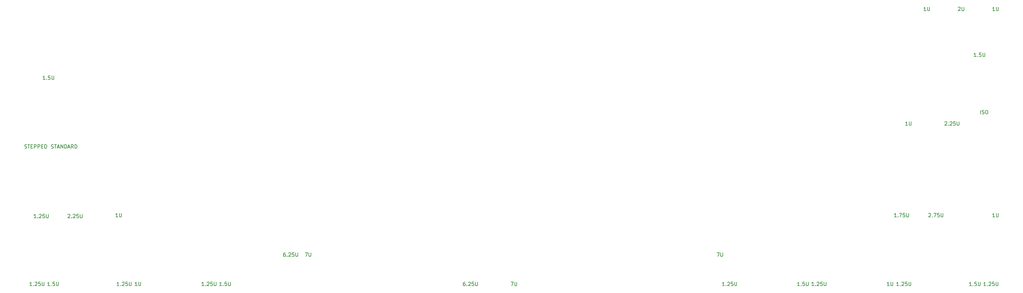
<source format=gbr>
G04 #@! TF.GenerationSoftware,KiCad,Pcbnew,(5.99.0-4079-gfad0916f0)*
G04 #@! TF.CreationDate,2020-11-18T01:00:13-05:00*
G04 #@! TF.ProjectId,plain60-c,706c6169-6e36-4302-9d63-2e6b69636164,rev?*
G04 #@! TF.SameCoordinates,Original*
G04 #@! TF.FileFunction,Legend,Top*
G04 #@! TF.FilePolarity,Positive*
%FSLAX46Y46*%
G04 Gerber Fmt 4.6, Leading zero omitted, Abs format (unit mm)*
G04 Created by KiCad (PCBNEW (5.99.0-4079-gfad0916f0)) date 2020-11-18 01:00:13*
%MOMM*%
%LPD*%
G01*
G04 APERTURE LIST*
%ADD10C,0.150000*%
G04 APERTURE END LIST*
D10*
X33496428Y-89352380D02*
X32925000Y-89352380D01*
X33210714Y-89352380D02*
X33210714Y-88352380D01*
X33115476Y-88495238D01*
X33020238Y-88590476D01*
X32925000Y-88638095D01*
X33925000Y-89257142D02*
X33972619Y-89304761D01*
X33925000Y-89352380D01*
X33877380Y-89304761D01*
X33925000Y-89257142D01*
X33925000Y-89352380D01*
X34353571Y-88447619D02*
X34401190Y-88400000D01*
X34496428Y-88352380D01*
X34734523Y-88352380D01*
X34829761Y-88400000D01*
X34877380Y-88447619D01*
X34925000Y-88542857D01*
X34925000Y-88638095D01*
X34877380Y-88780952D01*
X34305952Y-89352380D01*
X34925000Y-89352380D01*
X35829761Y-88352380D02*
X35353571Y-88352380D01*
X35305952Y-88828571D01*
X35353571Y-88780952D01*
X35448809Y-88733333D01*
X35686904Y-88733333D01*
X35782142Y-88780952D01*
X35829761Y-88828571D01*
X35877380Y-88923809D01*
X35877380Y-89161904D01*
X35829761Y-89257142D01*
X35782142Y-89304761D01*
X35686904Y-89352380D01*
X35448809Y-89352380D01*
X35353571Y-89304761D01*
X35305952Y-89257142D01*
X36305952Y-88352380D02*
X36305952Y-89161904D01*
X36353571Y-89257142D01*
X36401190Y-89304761D01*
X36496428Y-89352380D01*
X36686904Y-89352380D01*
X36782142Y-89304761D01*
X36829761Y-89257142D01*
X36877380Y-89161904D01*
X36877380Y-88352380D01*
X7342571Y-51204761D02*
X7485428Y-51252380D01*
X7723523Y-51252380D01*
X7818761Y-51204761D01*
X7866380Y-51157142D01*
X7914000Y-51061904D01*
X7914000Y-50966666D01*
X7866380Y-50871428D01*
X7818761Y-50823809D01*
X7723523Y-50776190D01*
X7533047Y-50728571D01*
X7437809Y-50680952D01*
X7390190Y-50633333D01*
X7342571Y-50538095D01*
X7342571Y-50442857D01*
X7390190Y-50347619D01*
X7437809Y-50300000D01*
X7533047Y-50252380D01*
X7771142Y-50252380D01*
X7914000Y-50300000D01*
X8199714Y-50252380D02*
X8771142Y-50252380D01*
X8485428Y-51252380D02*
X8485428Y-50252380D01*
X9104476Y-50728571D02*
X9437809Y-50728571D01*
X9580666Y-51252380D02*
X9104476Y-51252380D01*
X9104476Y-50252380D01*
X9580666Y-50252380D01*
X10009238Y-51252380D02*
X10009238Y-50252380D01*
X10390190Y-50252380D01*
X10485428Y-50300000D01*
X10533047Y-50347619D01*
X10580666Y-50442857D01*
X10580666Y-50585714D01*
X10533047Y-50680952D01*
X10485428Y-50728571D01*
X10390190Y-50776190D01*
X10009238Y-50776190D01*
X11009238Y-51252380D02*
X11009238Y-50252380D01*
X11390190Y-50252380D01*
X11485428Y-50300000D01*
X11533047Y-50347619D01*
X11580666Y-50442857D01*
X11580666Y-50585714D01*
X11533047Y-50680952D01*
X11485428Y-50728571D01*
X11390190Y-50776190D01*
X11009238Y-50776190D01*
X12009238Y-50728571D02*
X12342571Y-50728571D01*
X12485428Y-51252380D02*
X12009238Y-51252380D01*
X12009238Y-50252380D01*
X12485428Y-50252380D01*
X12914000Y-51252380D02*
X12914000Y-50252380D01*
X13152095Y-50252380D01*
X13294952Y-50300000D01*
X13390190Y-50395238D01*
X13437809Y-50490476D01*
X13485428Y-50680952D01*
X13485428Y-50823809D01*
X13437809Y-51014285D01*
X13390190Y-51109523D01*
X13294952Y-51204761D01*
X13152095Y-51252380D01*
X12914000Y-51252380D01*
X9366428Y-89352380D02*
X8795000Y-89352380D01*
X9080714Y-89352380D02*
X9080714Y-88352380D01*
X8985476Y-88495238D01*
X8890238Y-88590476D01*
X8795000Y-88638095D01*
X9795000Y-89257142D02*
X9842619Y-89304761D01*
X9795000Y-89352380D01*
X9747380Y-89304761D01*
X9795000Y-89257142D01*
X9795000Y-89352380D01*
X10223571Y-88447619D02*
X10271190Y-88400000D01*
X10366428Y-88352380D01*
X10604523Y-88352380D01*
X10699761Y-88400000D01*
X10747380Y-88447619D01*
X10795000Y-88542857D01*
X10795000Y-88638095D01*
X10747380Y-88780952D01*
X10175952Y-89352380D01*
X10795000Y-89352380D01*
X11699761Y-88352380D02*
X11223571Y-88352380D01*
X11175952Y-88828571D01*
X11223571Y-88780952D01*
X11318809Y-88733333D01*
X11556904Y-88733333D01*
X11652142Y-88780952D01*
X11699761Y-88828571D01*
X11747380Y-88923809D01*
X11747380Y-89161904D01*
X11699761Y-89257142D01*
X11652142Y-89304761D01*
X11556904Y-89352380D01*
X11318809Y-89352380D01*
X11223571Y-89304761D01*
X11175952Y-89257142D01*
X12175952Y-88352380D02*
X12175952Y-89161904D01*
X12223571Y-89257142D01*
X12271190Y-89304761D01*
X12366428Y-89352380D01*
X12556904Y-89352380D01*
X12652142Y-89304761D01*
X12699761Y-89257142D01*
X12747380Y-89161904D01*
X12747380Y-88352380D01*
X199040857Y-80224380D02*
X199707523Y-80224380D01*
X199278952Y-81224380D01*
X200088476Y-80224380D02*
X200088476Y-81033904D01*
X200136095Y-81129142D01*
X200183714Y-81176761D01*
X200278952Y-81224380D01*
X200469428Y-81224380D01*
X200564666Y-81176761D01*
X200612285Y-81129142D01*
X200659904Y-81033904D01*
X200659904Y-80224380D01*
X273526428Y-89352380D02*
X272955000Y-89352380D01*
X273240714Y-89352380D02*
X273240714Y-88352380D01*
X273145476Y-88495238D01*
X273050238Y-88590476D01*
X272955000Y-88638095D01*
X273955000Y-89257142D02*
X274002619Y-89304761D01*
X273955000Y-89352380D01*
X273907380Y-89304761D01*
X273955000Y-89257142D01*
X273955000Y-89352380D01*
X274383571Y-88447619D02*
X274431190Y-88400000D01*
X274526428Y-88352380D01*
X274764523Y-88352380D01*
X274859761Y-88400000D01*
X274907380Y-88447619D01*
X274955000Y-88542857D01*
X274955000Y-88638095D01*
X274907380Y-88780952D01*
X274335952Y-89352380D01*
X274955000Y-89352380D01*
X275859761Y-88352380D02*
X275383571Y-88352380D01*
X275335952Y-88828571D01*
X275383571Y-88780952D01*
X275478809Y-88733333D01*
X275716904Y-88733333D01*
X275812142Y-88780952D01*
X275859761Y-88828571D01*
X275907380Y-88923809D01*
X275907380Y-89161904D01*
X275859761Y-89257142D01*
X275812142Y-89304761D01*
X275716904Y-89352380D01*
X275478809Y-89352380D01*
X275383571Y-89304761D01*
X275335952Y-89257142D01*
X276335952Y-88352380D02*
X276335952Y-89161904D01*
X276383571Y-89257142D01*
X276431190Y-89304761D01*
X276526428Y-89352380D01*
X276716904Y-89352380D01*
X276812142Y-89304761D01*
X276859761Y-89257142D01*
X276907380Y-89161904D01*
X276907380Y-88352380D01*
X251856904Y-44902380D02*
X251285476Y-44902380D01*
X251571190Y-44902380D02*
X251571190Y-43902380D01*
X251475952Y-44045238D01*
X251380714Y-44140476D01*
X251285476Y-44188095D01*
X252285476Y-43902380D02*
X252285476Y-44711904D01*
X252333095Y-44807142D01*
X252380714Y-44854761D01*
X252475952Y-44902380D01*
X252666428Y-44902380D01*
X252761666Y-44854761D01*
X252809285Y-44807142D01*
X252856904Y-44711904D01*
X252856904Y-43902380D01*
X248761428Y-70302380D02*
X248190000Y-70302380D01*
X248475714Y-70302380D02*
X248475714Y-69302380D01*
X248380476Y-69445238D01*
X248285238Y-69540476D01*
X248190000Y-69588095D01*
X249190000Y-70207142D02*
X249237619Y-70254761D01*
X249190000Y-70302380D01*
X249142380Y-70254761D01*
X249190000Y-70207142D01*
X249190000Y-70302380D01*
X249570952Y-69302380D02*
X250237619Y-69302380D01*
X249809047Y-70302380D01*
X251094761Y-69302380D02*
X250618571Y-69302380D01*
X250570952Y-69778571D01*
X250618571Y-69730952D01*
X250713809Y-69683333D01*
X250951904Y-69683333D01*
X251047142Y-69730952D01*
X251094761Y-69778571D01*
X251142380Y-69873809D01*
X251142380Y-70111904D01*
X251094761Y-70207142D01*
X251047142Y-70254761D01*
X250951904Y-70302380D01*
X250713809Y-70302380D01*
X250618571Y-70254761D01*
X250570952Y-70207142D01*
X251570952Y-69302380D02*
X251570952Y-70111904D01*
X251618571Y-70207142D01*
X251666190Y-70254761D01*
X251761428Y-70302380D01*
X251951904Y-70302380D01*
X252047142Y-70254761D01*
X252094761Y-70207142D01*
X252142380Y-70111904D01*
X252142380Y-69302380D01*
X275986904Y-70302380D02*
X275415476Y-70302380D01*
X275701190Y-70302380D02*
X275701190Y-69302380D01*
X275605952Y-69445238D01*
X275510714Y-69540476D01*
X275415476Y-69588095D01*
X276415476Y-69302380D02*
X276415476Y-70111904D01*
X276463095Y-70207142D01*
X276510714Y-70254761D01*
X276605952Y-70302380D01*
X276796428Y-70302380D01*
X276891666Y-70254761D01*
X276939285Y-70207142D01*
X276986904Y-70111904D01*
X276986904Y-69302380D01*
X14740380Y-51204761D02*
X14883238Y-51252380D01*
X15121333Y-51252380D01*
X15216571Y-51204761D01*
X15264190Y-51157142D01*
X15311809Y-51061904D01*
X15311809Y-50966666D01*
X15264190Y-50871428D01*
X15216571Y-50823809D01*
X15121333Y-50776190D01*
X14930857Y-50728571D01*
X14835619Y-50680952D01*
X14788000Y-50633333D01*
X14740380Y-50538095D01*
X14740380Y-50442857D01*
X14788000Y-50347619D01*
X14835619Y-50300000D01*
X14930857Y-50252380D01*
X15168952Y-50252380D01*
X15311809Y-50300000D01*
X15597523Y-50252380D02*
X16168952Y-50252380D01*
X15883238Y-51252380D02*
X15883238Y-50252380D01*
X16454666Y-50966666D02*
X16930857Y-50966666D01*
X16359428Y-51252380D02*
X16692761Y-50252380D01*
X17026095Y-51252380D01*
X17359428Y-51252380D02*
X17359428Y-50252380D01*
X17930857Y-51252380D01*
X17930857Y-50252380D01*
X18407047Y-51252380D02*
X18407047Y-50252380D01*
X18645142Y-50252380D01*
X18788000Y-50300000D01*
X18883238Y-50395238D01*
X18930857Y-50490476D01*
X18978476Y-50680952D01*
X18978476Y-50823809D01*
X18930857Y-51014285D01*
X18883238Y-51109523D01*
X18788000Y-51204761D01*
X18645142Y-51252380D01*
X18407047Y-51252380D01*
X19359428Y-50966666D02*
X19835619Y-50966666D01*
X19264190Y-51252380D02*
X19597523Y-50252380D01*
X19930857Y-51252380D01*
X20835619Y-51252380D02*
X20502285Y-50776190D01*
X20264190Y-51252380D02*
X20264190Y-50252380D01*
X20645142Y-50252380D01*
X20740380Y-50300000D01*
X20788000Y-50347619D01*
X20835619Y-50442857D01*
X20835619Y-50585714D01*
X20788000Y-50680952D01*
X20740380Y-50728571D01*
X20645142Y-50776190D01*
X20264190Y-50776190D01*
X21264190Y-51252380D02*
X21264190Y-50252380D01*
X21502285Y-50252380D01*
X21645142Y-50300000D01*
X21740380Y-50395238D01*
X21788000Y-50490476D01*
X21835619Y-50680952D01*
X21835619Y-50823809D01*
X21788000Y-51014285D01*
X21740380Y-51109523D01*
X21645142Y-51204761D01*
X21502285Y-51252380D01*
X21264190Y-51252380D01*
X142017857Y-88352380D02*
X142684523Y-88352380D01*
X142255952Y-89352380D01*
X143065476Y-88352380D02*
X143065476Y-89161904D01*
X143113095Y-89257142D01*
X143160714Y-89304761D01*
X143255952Y-89352380D01*
X143446428Y-89352380D01*
X143541666Y-89304761D01*
X143589285Y-89257142D01*
X143636904Y-89161904D01*
X143636904Y-88352380D01*
X129286190Y-88352380D02*
X129095714Y-88352380D01*
X129000476Y-88400000D01*
X128952857Y-88447619D01*
X128857619Y-88590476D01*
X128810000Y-88780952D01*
X128810000Y-89161904D01*
X128857619Y-89257142D01*
X128905238Y-89304761D01*
X129000476Y-89352380D01*
X129190952Y-89352380D01*
X129286190Y-89304761D01*
X129333809Y-89257142D01*
X129381428Y-89161904D01*
X129381428Y-88923809D01*
X129333809Y-88828571D01*
X129286190Y-88780952D01*
X129190952Y-88733333D01*
X129000476Y-88733333D01*
X128905238Y-88780952D01*
X128857619Y-88828571D01*
X128810000Y-88923809D01*
X129810000Y-89257142D02*
X129857619Y-89304761D01*
X129810000Y-89352380D01*
X129762380Y-89304761D01*
X129810000Y-89257142D01*
X129810000Y-89352380D01*
X130238571Y-88447619D02*
X130286190Y-88400000D01*
X130381428Y-88352380D01*
X130619523Y-88352380D01*
X130714761Y-88400000D01*
X130762380Y-88447619D01*
X130810000Y-88542857D01*
X130810000Y-88638095D01*
X130762380Y-88780952D01*
X130190952Y-89352380D01*
X130810000Y-89352380D01*
X131714761Y-88352380D02*
X131238571Y-88352380D01*
X131190952Y-88828571D01*
X131238571Y-88780952D01*
X131333809Y-88733333D01*
X131571904Y-88733333D01*
X131667142Y-88780952D01*
X131714761Y-88828571D01*
X131762380Y-88923809D01*
X131762380Y-89161904D01*
X131714761Y-89257142D01*
X131667142Y-89304761D01*
X131571904Y-89352380D01*
X131333809Y-89352380D01*
X131238571Y-89304761D01*
X131190952Y-89257142D01*
X132190952Y-88352380D02*
X132190952Y-89161904D01*
X132238571Y-89257142D01*
X132286190Y-89304761D01*
X132381428Y-89352380D01*
X132571904Y-89352380D01*
X132667142Y-89304761D01*
X132714761Y-89257142D01*
X132762380Y-89161904D01*
X132762380Y-88352380D01*
X265890476Y-12247619D02*
X265938095Y-12200000D01*
X266033333Y-12152380D01*
X266271428Y-12152380D01*
X266366666Y-12200000D01*
X266414285Y-12247619D01*
X266461904Y-12342857D01*
X266461904Y-12438095D01*
X266414285Y-12580952D01*
X265842857Y-13152380D01*
X266461904Y-13152380D01*
X266890476Y-12152380D02*
X266890476Y-12961904D01*
X266938095Y-13057142D01*
X266985714Y-13104761D01*
X267080952Y-13152380D01*
X267271428Y-13152380D01*
X267366666Y-13104761D01*
X267414285Y-13057142D01*
X267461904Y-12961904D01*
X267461904Y-12152380D01*
X84994857Y-80224380D02*
X85661523Y-80224380D01*
X85232952Y-81224380D01*
X86042476Y-80224380D02*
X86042476Y-81033904D01*
X86090095Y-81129142D01*
X86137714Y-81176761D01*
X86232952Y-81224380D01*
X86423428Y-81224380D01*
X86518666Y-81176761D01*
X86566285Y-81129142D01*
X86613904Y-81033904D01*
X86613904Y-80224380D01*
X270827619Y-25852380D02*
X270256190Y-25852380D01*
X270541904Y-25852380D02*
X270541904Y-24852380D01*
X270446666Y-24995238D01*
X270351428Y-25090476D01*
X270256190Y-25138095D01*
X271256190Y-25757142D02*
X271303809Y-25804761D01*
X271256190Y-25852380D01*
X271208571Y-25804761D01*
X271256190Y-25757142D01*
X271256190Y-25852380D01*
X272208571Y-24852380D02*
X271732380Y-24852380D01*
X271684761Y-25328571D01*
X271732380Y-25280952D01*
X271827619Y-25233333D01*
X272065714Y-25233333D01*
X272160952Y-25280952D01*
X272208571Y-25328571D01*
X272256190Y-25423809D01*
X272256190Y-25661904D01*
X272208571Y-25757142D01*
X272160952Y-25804761D01*
X272065714Y-25852380D01*
X271827619Y-25852380D01*
X271732380Y-25804761D01*
X271684761Y-25757142D01*
X272684761Y-24852380D02*
X272684761Y-25661904D01*
X272732380Y-25757142D01*
X272780000Y-25804761D01*
X272875238Y-25852380D01*
X273065714Y-25852380D01*
X273160952Y-25804761D01*
X273208571Y-25757142D01*
X273256190Y-25661904D01*
X273256190Y-24852380D01*
X14287619Y-89352380D02*
X13716190Y-89352380D01*
X14001904Y-89352380D02*
X14001904Y-88352380D01*
X13906666Y-88495238D01*
X13811428Y-88590476D01*
X13716190Y-88638095D01*
X14716190Y-89257142D02*
X14763809Y-89304761D01*
X14716190Y-89352380D01*
X14668571Y-89304761D01*
X14716190Y-89257142D01*
X14716190Y-89352380D01*
X15668571Y-88352380D02*
X15192380Y-88352380D01*
X15144761Y-88828571D01*
X15192380Y-88780952D01*
X15287619Y-88733333D01*
X15525714Y-88733333D01*
X15620952Y-88780952D01*
X15668571Y-88828571D01*
X15716190Y-88923809D01*
X15716190Y-89161904D01*
X15668571Y-89257142D01*
X15620952Y-89304761D01*
X15525714Y-89352380D01*
X15287619Y-89352380D01*
X15192380Y-89304761D01*
X15144761Y-89257142D01*
X16144761Y-88352380D02*
X16144761Y-89161904D01*
X16192380Y-89257142D01*
X16240000Y-89304761D01*
X16335238Y-89352380D01*
X16525714Y-89352380D01*
X16620952Y-89304761D01*
X16668571Y-89257142D01*
X16716190Y-89161904D01*
X16716190Y-88352380D01*
X38496904Y-89352380D02*
X37925476Y-89352380D01*
X38211190Y-89352380D02*
X38211190Y-88352380D01*
X38115952Y-88495238D01*
X38020714Y-88590476D01*
X37925476Y-88638095D01*
X38925476Y-88352380D02*
X38925476Y-89161904D01*
X38973095Y-89257142D01*
X39020714Y-89304761D01*
X39115952Y-89352380D01*
X39306428Y-89352380D01*
X39401666Y-89304761D01*
X39449285Y-89257142D01*
X39496904Y-89161904D01*
X39496904Y-88352380D01*
X19336000Y-69651619D02*
X19383619Y-69604000D01*
X19478857Y-69556380D01*
X19716952Y-69556380D01*
X19812190Y-69604000D01*
X19859809Y-69651619D01*
X19907428Y-69746857D01*
X19907428Y-69842095D01*
X19859809Y-69984952D01*
X19288380Y-70556380D01*
X19907428Y-70556380D01*
X20336000Y-70461142D02*
X20383619Y-70508761D01*
X20336000Y-70556380D01*
X20288380Y-70508761D01*
X20336000Y-70461142D01*
X20336000Y-70556380D01*
X20764571Y-69651619D02*
X20812190Y-69604000D01*
X20907428Y-69556380D01*
X21145523Y-69556380D01*
X21240761Y-69604000D01*
X21288380Y-69651619D01*
X21336000Y-69746857D01*
X21336000Y-69842095D01*
X21288380Y-69984952D01*
X20716952Y-70556380D01*
X21336000Y-70556380D01*
X22240761Y-69556380D02*
X21764571Y-69556380D01*
X21716952Y-70032571D01*
X21764571Y-69984952D01*
X21859809Y-69937333D01*
X22097904Y-69937333D01*
X22193142Y-69984952D01*
X22240761Y-70032571D01*
X22288380Y-70127809D01*
X22288380Y-70365904D01*
X22240761Y-70461142D01*
X22193142Y-70508761D01*
X22097904Y-70556380D01*
X21859809Y-70556380D01*
X21764571Y-70508761D01*
X21716952Y-70461142D01*
X22716952Y-69556380D02*
X22716952Y-70365904D01*
X22764571Y-70461142D01*
X22812190Y-70508761D01*
X22907428Y-70556380D01*
X23097904Y-70556380D01*
X23193142Y-70508761D01*
X23240761Y-70461142D01*
X23288380Y-70365904D01*
X23288380Y-69556380D01*
X272050000Y-41727380D02*
X272050000Y-40727380D01*
X272478571Y-41679761D02*
X272621428Y-41727380D01*
X272859523Y-41727380D01*
X272954761Y-41679761D01*
X273002380Y-41632142D01*
X273050000Y-41536904D01*
X273050000Y-41441666D01*
X273002380Y-41346428D01*
X272954761Y-41298809D01*
X272859523Y-41251190D01*
X272669047Y-41203571D01*
X272573809Y-41155952D01*
X272526190Y-41108333D01*
X272478571Y-41013095D01*
X272478571Y-40917857D01*
X272526190Y-40822619D01*
X272573809Y-40775000D01*
X272669047Y-40727380D01*
X272907142Y-40727380D01*
X273050000Y-40775000D01*
X273669047Y-40727380D02*
X273859523Y-40727380D01*
X273954761Y-40775000D01*
X274050000Y-40870238D01*
X274097619Y-41060714D01*
X274097619Y-41394047D01*
X274050000Y-41584523D01*
X273954761Y-41679761D01*
X273859523Y-41727380D01*
X273669047Y-41727380D01*
X273573809Y-41679761D01*
X273478571Y-41584523D01*
X273430952Y-41394047D01*
X273430952Y-41060714D01*
X273478571Y-40870238D01*
X273573809Y-40775000D01*
X273669047Y-40727380D01*
X13017619Y-32202380D02*
X12446190Y-32202380D01*
X12731904Y-32202380D02*
X12731904Y-31202380D01*
X12636666Y-31345238D01*
X12541428Y-31440476D01*
X12446190Y-31488095D01*
X13446190Y-32107142D02*
X13493809Y-32154761D01*
X13446190Y-32202380D01*
X13398571Y-32154761D01*
X13446190Y-32107142D01*
X13446190Y-32202380D01*
X14398571Y-31202380D02*
X13922380Y-31202380D01*
X13874761Y-31678571D01*
X13922380Y-31630952D01*
X14017619Y-31583333D01*
X14255714Y-31583333D01*
X14350952Y-31630952D01*
X14398571Y-31678571D01*
X14446190Y-31773809D01*
X14446190Y-32011904D01*
X14398571Y-32107142D01*
X14350952Y-32154761D01*
X14255714Y-32202380D01*
X14017619Y-32202380D01*
X13922380Y-32154761D01*
X13874761Y-32107142D01*
X14874761Y-31202380D02*
X14874761Y-32011904D01*
X14922380Y-32107142D01*
X14970000Y-32154761D01*
X15065238Y-32202380D01*
X15255714Y-32202380D01*
X15350952Y-32154761D01*
X15398571Y-32107142D01*
X15446190Y-32011904D01*
X15446190Y-31202380D01*
X246776904Y-89352380D02*
X246205476Y-89352380D01*
X246491190Y-89352380D02*
X246491190Y-88352380D01*
X246395952Y-88495238D01*
X246300714Y-88590476D01*
X246205476Y-88638095D01*
X247205476Y-88352380D02*
X247205476Y-89161904D01*
X247253095Y-89257142D01*
X247300714Y-89304761D01*
X247395952Y-89352380D01*
X247586428Y-89352380D01*
X247681666Y-89304761D01*
X247729285Y-89257142D01*
X247776904Y-89161904D01*
X247776904Y-88352380D01*
X56991428Y-89352380D02*
X56420000Y-89352380D01*
X56705714Y-89352380D02*
X56705714Y-88352380D01*
X56610476Y-88495238D01*
X56515238Y-88590476D01*
X56420000Y-88638095D01*
X57420000Y-89257142D02*
X57467619Y-89304761D01*
X57420000Y-89352380D01*
X57372380Y-89304761D01*
X57420000Y-89257142D01*
X57420000Y-89352380D01*
X57848571Y-88447619D02*
X57896190Y-88400000D01*
X57991428Y-88352380D01*
X58229523Y-88352380D01*
X58324761Y-88400000D01*
X58372380Y-88447619D01*
X58420000Y-88542857D01*
X58420000Y-88638095D01*
X58372380Y-88780952D01*
X57800952Y-89352380D01*
X58420000Y-89352380D01*
X59324761Y-88352380D02*
X58848571Y-88352380D01*
X58800952Y-88828571D01*
X58848571Y-88780952D01*
X58943809Y-88733333D01*
X59181904Y-88733333D01*
X59277142Y-88780952D01*
X59324761Y-88828571D01*
X59372380Y-88923809D01*
X59372380Y-89161904D01*
X59324761Y-89257142D01*
X59277142Y-89304761D01*
X59181904Y-89352380D01*
X58943809Y-89352380D01*
X58848571Y-89304761D01*
X58800952Y-89257142D01*
X59800952Y-88352380D02*
X59800952Y-89161904D01*
X59848571Y-89257142D01*
X59896190Y-89304761D01*
X59991428Y-89352380D01*
X60181904Y-89352380D01*
X60277142Y-89304761D01*
X60324761Y-89257142D01*
X60372380Y-89161904D01*
X60372380Y-88352380D01*
X275986904Y-13152380D02*
X275415476Y-13152380D01*
X275701190Y-13152380D02*
X275701190Y-12152380D01*
X275605952Y-12295238D01*
X275510714Y-12390476D01*
X275415476Y-12438095D01*
X276415476Y-12152380D02*
X276415476Y-12961904D01*
X276463095Y-13057142D01*
X276510714Y-13104761D01*
X276605952Y-13152380D01*
X276796428Y-13152380D01*
X276891666Y-13104761D01*
X276939285Y-13057142D01*
X276986904Y-12961904D01*
X276986904Y-12152380D01*
X79502190Y-80224380D02*
X79311714Y-80224380D01*
X79216476Y-80272000D01*
X79168857Y-80319619D01*
X79073619Y-80462476D01*
X79026000Y-80652952D01*
X79026000Y-81033904D01*
X79073619Y-81129142D01*
X79121238Y-81176761D01*
X79216476Y-81224380D01*
X79406952Y-81224380D01*
X79502190Y-81176761D01*
X79549809Y-81129142D01*
X79597428Y-81033904D01*
X79597428Y-80795809D01*
X79549809Y-80700571D01*
X79502190Y-80652952D01*
X79406952Y-80605333D01*
X79216476Y-80605333D01*
X79121238Y-80652952D01*
X79073619Y-80700571D01*
X79026000Y-80795809D01*
X80026000Y-81129142D02*
X80073619Y-81176761D01*
X80026000Y-81224380D01*
X79978380Y-81176761D01*
X80026000Y-81129142D01*
X80026000Y-81224380D01*
X80454571Y-80319619D02*
X80502190Y-80272000D01*
X80597428Y-80224380D01*
X80835523Y-80224380D01*
X80930761Y-80272000D01*
X80978380Y-80319619D01*
X81026000Y-80414857D01*
X81026000Y-80510095D01*
X80978380Y-80652952D01*
X80406952Y-81224380D01*
X81026000Y-81224380D01*
X81930761Y-80224380D02*
X81454571Y-80224380D01*
X81406952Y-80700571D01*
X81454571Y-80652952D01*
X81549809Y-80605333D01*
X81787904Y-80605333D01*
X81883142Y-80652952D01*
X81930761Y-80700571D01*
X81978380Y-80795809D01*
X81978380Y-81033904D01*
X81930761Y-81129142D01*
X81883142Y-81176761D01*
X81787904Y-81224380D01*
X81549809Y-81224380D01*
X81454571Y-81176761D01*
X81406952Y-81129142D01*
X82406952Y-80224380D02*
X82406952Y-81033904D01*
X82454571Y-81129142D01*
X82502190Y-81176761D01*
X82597428Y-81224380D01*
X82787904Y-81224380D01*
X82883142Y-81176761D01*
X82930761Y-81129142D01*
X82978380Y-81033904D01*
X82978380Y-80224380D01*
X33162904Y-70302380D02*
X32591476Y-70302380D01*
X32877190Y-70302380D02*
X32877190Y-69302380D01*
X32781952Y-69445238D01*
X32686714Y-69540476D01*
X32591476Y-69588095D01*
X33591476Y-69302380D02*
X33591476Y-70111904D01*
X33639095Y-70207142D01*
X33686714Y-70254761D01*
X33781952Y-70302380D01*
X33972428Y-70302380D01*
X34067666Y-70254761D01*
X34115285Y-70207142D01*
X34162904Y-70111904D01*
X34162904Y-69302380D01*
X61912619Y-89352380D02*
X61341190Y-89352380D01*
X61626904Y-89352380D02*
X61626904Y-88352380D01*
X61531666Y-88495238D01*
X61436428Y-88590476D01*
X61341190Y-88638095D01*
X62341190Y-89257142D02*
X62388809Y-89304761D01*
X62341190Y-89352380D01*
X62293571Y-89304761D01*
X62341190Y-89257142D01*
X62341190Y-89352380D01*
X63293571Y-88352380D02*
X62817380Y-88352380D01*
X62769761Y-88828571D01*
X62817380Y-88780952D01*
X62912619Y-88733333D01*
X63150714Y-88733333D01*
X63245952Y-88780952D01*
X63293571Y-88828571D01*
X63341190Y-88923809D01*
X63341190Y-89161904D01*
X63293571Y-89257142D01*
X63245952Y-89304761D01*
X63150714Y-89352380D01*
X62912619Y-89352380D01*
X62817380Y-89304761D01*
X62769761Y-89257142D01*
X63769761Y-88352380D02*
X63769761Y-89161904D01*
X63817380Y-89257142D01*
X63865000Y-89304761D01*
X63960238Y-89352380D01*
X64150714Y-89352380D01*
X64245952Y-89304761D01*
X64293571Y-89257142D01*
X64341190Y-89161904D01*
X64341190Y-88352380D01*
X257715000Y-69397619D02*
X257762619Y-69350000D01*
X257857857Y-69302380D01*
X258095952Y-69302380D01*
X258191190Y-69350000D01*
X258238809Y-69397619D01*
X258286428Y-69492857D01*
X258286428Y-69588095D01*
X258238809Y-69730952D01*
X257667380Y-70302380D01*
X258286428Y-70302380D01*
X258715000Y-70207142D02*
X258762619Y-70254761D01*
X258715000Y-70302380D01*
X258667380Y-70254761D01*
X258715000Y-70207142D01*
X258715000Y-70302380D01*
X259095952Y-69302380D02*
X259762619Y-69302380D01*
X259334047Y-70302380D01*
X260619761Y-69302380D02*
X260143571Y-69302380D01*
X260095952Y-69778571D01*
X260143571Y-69730952D01*
X260238809Y-69683333D01*
X260476904Y-69683333D01*
X260572142Y-69730952D01*
X260619761Y-69778571D01*
X260667380Y-69873809D01*
X260667380Y-70111904D01*
X260619761Y-70207142D01*
X260572142Y-70254761D01*
X260476904Y-70302380D01*
X260238809Y-70302380D01*
X260143571Y-70254761D01*
X260095952Y-70207142D01*
X261095952Y-69302380D02*
X261095952Y-70111904D01*
X261143571Y-70207142D01*
X261191190Y-70254761D01*
X261286428Y-70302380D01*
X261476904Y-70302380D01*
X261572142Y-70254761D01*
X261619761Y-70207142D01*
X261667380Y-70111904D01*
X261667380Y-69302380D01*
X256936904Y-13152380D02*
X256365476Y-13152380D01*
X256651190Y-13152380D02*
X256651190Y-12152380D01*
X256555952Y-12295238D01*
X256460714Y-12390476D01*
X256365476Y-12438095D01*
X257365476Y-12152380D02*
X257365476Y-12961904D01*
X257413095Y-13057142D01*
X257460714Y-13104761D01*
X257555952Y-13152380D01*
X257746428Y-13152380D01*
X257841666Y-13104761D01*
X257889285Y-13057142D01*
X257936904Y-12961904D01*
X257936904Y-12152380D01*
X10509428Y-70556380D02*
X9938000Y-70556380D01*
X10223714Y-70556380D02*
X10223714Y-69556380D01*
X10128476Y-69699238D01*
X10033238Y-69794476D01*
X9938000Y-69842095D01*
X10938000Y-70461142D02*
X10985619Y-70508761D01*
X10938000Y-70556380D01*
X10890380Y-70508761D01*
X10938000Y-70461142D01*
X10938000Y-70556380D01*
X11366571Y-69651619D02*
X11414190Y-69604000D01*
X11509428Y-69556380D01*
X11747523Y-69556380D01*
X11842761Y-69604000D01*
X11890380Y-69651619D01*
X11938000Y-69746857D01*
X11938000Y-69842095D01*
X11890380Y-69984952D01*
X11318952Y-70556380D01*
X11938000Y-70556380D01*
X12842761Y-69556380D02*
X12366571Y-69556380D01*
X12318952Y-70032571D01*
X12366571Y-69984952D01*
X12461809Y-69937333D01*
X12699904Y-69937333D01*
X12795142Y-69984952D01*
X12842761Y-70032571D01*
X12890380Y-70127809D01*
X12890380Y-70365904D01*
X12842761Y-70461142D01*
X12795142Y-70508761D01*
X12699904Y-70556380D01*
X12461809Y-70556380D01*
X12366571Y-70508761D01*
X12318952Y-70461142D01*
X13318952Y-69556380D02*
X13318952Y-70365904D01*
X13366571Y-70461142D01*
X13414190Y-70508761D01*
X13509428Y-70556380D01*
X13699904Y-70556380D01*
X13795142Y-70508761D01*
X13842761Y-70461142D01*
X13890380Y-70365904D01*
X13890380Y-69556380D01*
X201136428Y-89352380D02*
X200565000Y-89352380D01*
X200850714Y-89352380D02*
X200850714Y-88352380D01*
X200755476Y-88495238D01*
X200660238Y-88590476D01*
X200565000Y-88638095D01*
X201565000Y-89257142D02*
X201612619Y-89304761D01*
X201565000Y-89352380D01*
X201517380Y-89304761D01*
X201565000Y-89257142D01*
X201565000Y-89352380D01*
X201993571Y-88447619D02*
X202041190Y-88400000D01*
X202136428Y-88352380D01*
X202374523Y-88352380D01*
X202469761Y-88400000D01*
X202517380Y-88447619D01*
X202565000Y-88542857D01*
X202565000Y-88638095D01*
X202517380Y-88780952D01*
X201945952Y-89352380D01*
X202565000Y-89352380D01*
X203469761Y-88352380D02*
X202993571Y-88352380D01*
X202945952Y-88828571D01*
X202993571Y-88780952D01*
X203088809Y-88733333D01*
X203326904Y-88733333D01*
X203422142Y-88780952D01*
X203469761Y-88828571D01*
X203517380Y-88923809D01*
X203517380Y-89161904D01*
X203469761Y-89257142D01*
X203422142Y-89304761D01*
X203326904Y-89352380D01*
X203088809Y-89352380D01*
X202993571Y-89304761D01*
X202945952Y-89257142D01*
X203945952Y-88352380D02*
X203945952Y-89161904D01*
X203993571Y-89257142D01*
X204041190Y-89304761D01*
X204136428Y-89352380D01*
X204326904Y-89352380D01*
X204422142Y-89304761D01*
X204469761Y-89257142D01*
X204517380Y-89161904D01*
X204517380Y-88352380D01*
X221932619Y-89352380D02*
X221361190Y-89352380D01*
X221646904Y-89352380D02*
X221646904Y-88352380D01*
X221551666Y-88495238D01*
X221456428Y-88590476D01*
X221361190Y-88638095D01*
X222361190Y-89257142D02*
X222408809Y-89304761D01*
X222361190Y-89352380D01*
X222313571Y-89304761D01*
X222361190Y-89257142D01*
X222361190Y-89352380D01*
X223313571Y-88352380D02*
X222837380Y-88352380D01*
X222789761Y-88828571D01*
X222837380Y-88780952D01*
X222932619Y-88733333D01*
X223170714Y-88733333D01*
X223265952Y-88780952D01*
X223313571Y-88828571D01*
X223361190Y-88923809D01*
X223361190Y-89161904D01*
X223313571Y-89257142D01*
X223265952Y-89304761D01*
X223170714Y-89352380D01*
X222932619Y-89352380D01*
X222837380Y-89304761D01*
X222789761Y-89257142D01*
X223789761Y-88352380D02*
X223789761Y-89161904D01*
X223837380Y-89257142D01*
X223885000Y-89304761D01*
X223980238Y-89352380D01*
X224170714Y-89352380D01*
X224265952Y-89304761D01*
X224313571Y-89257142D01*
X224361190Y-89161904D01*
X224361190Y-88352380D01*
X225901428Y-89352380D02*
X225330000Y-89352380D01*
X225615714Y-89352380D02*
X225615714Y-88352380D01*
X225520476Y-88495238D01*
X225425238Y-88590476D01*
X225330000Y-88638095D01*
X226330000Y-89257142D02*
X226377619Y-89304761D01*
X226330000Y-89352380D01*
X226282380Y-89304761D01*
X226330000Y-89257142D01*
X226330000Y-89352380D01*
X226758571Y-88447619D02*
X226806190Y-88400000D01*
X226901428Y-88352380D01*
X227139523Y-88352380D01*
X227234761Y-88400000D01*
X227282380Y-88447619D01*
X227330000Y-88542857D01*
X227330000Y-88638095D01*
X227282380Y-88780952D01*
X226710952Y-89352380D01*
X227330000Y-89352380D01*
X228234761Y-88352380D02*
X227758571Y-88352380D01*
X227710952Y-88828571D01*
X227758571Y-88780952D01*
X227853809Y-88733333D01*
X228091904Y-88733333D01*
X228187142Y-88780952D01*
X228234761Y-88828571D01*
X228282380Y-88923809D01*
X228282380Y-89161904D01*
X228234761Y-89257142D01*
X228187142Y-89304761D01*
X228091904Y-89352380D01*
X227853809Y-89352380D01*
X227758571Y-89304761D01*
X227710952Y-89257142D01*
X228710952Y-88352380D02*
X228710952Y-89161904D01*
X228758571Y-89257142D01*
X228806190Y-89304761D01*
X228901428Y-89352380D01*
X229091904Y-89352380D01*
X229187142Y-89304761D01*
X229234761Y-89257142D01*
X229282380Y-89161904D01*
X229282380Y-88352380D01*
X249396428Y-89352380D02*
X248825000Y-89352380D01*
X249110714Y-89352380D02*
X249110714Y-88352380D01*
X249015476Y-88495238D01*
X248920238Y-88590476D01*
X248825000Y-88638095D01*
X249825000Y-89257142D02*
X249872619Y-89304761D01*
X249825000Y-89352380D01*
X249777380Y-89304761D01*
X249825000Y-89257142D01*
X249825000Y-89352380D01*
X250253571Y-88447619D02*
X250301190Y-88400000D01*
X250396428Y-88352380D01*
X250634523Y-88352380D01*
X250729761Y-88400000D01*
X250777380Y-88447619D01*
X250825000Y-88542857D01*
X250825000Y-88638095D01*
X250777380Y-88780952D01*
X250205952Y-89352380D01*
X250825000Y-89352380D01*
X251729761Y-88352380D02*
X251253571Y-88352380D01*
X251205952Y-88828571D01*
X251253571Y-88780952D01*
X251348809Y-88733333D01*
X251586904Y-88733333D01*
X251682142Y-88780952D01*
X251729761Y-88828571D01*
X251777380Y-88923809D01*
X251777380Y-89161904D01*
X251729761Y-89257142D01*
X251682142Y-89304761D01*
X251586904Y-89352380D01*
X251348809Y-89352380D01*
X251253571Y-89304761D01*
X251205952Y-89257142D01*
X252205952Y-88352380D02*
X252205952Y-89161904D01*
X252253571Y-89257142D01*
X252301190Y-89304761D01*
X252396428Y-89352380D01*
X252586904Y-89352380D01*
X252682142Y-89304761D01*
X252729761Y-89257142D01*
X252777380Y-89161904D01*
X252777380Y-88352380D01*
X262160000Y-43997619D02*
X262207619Y-43950000D01*
X262302857Y-43902380D01*
X262540952Y-43902380D01*
X262636190Y-43950000D01*
X262683809Y-43997619D01*
X262731428Y-44092857D01*
X262731428Y-44188095D01*
X262683809Y-44330952D01*
X262112380Y-44902380D01*
X262731428Y-44902380D01*
X263160000Y-44807142D02*
X263207619Y-44854761D01*
X263160000Y-44902380D01*
X263112380Y-44854761D01*
X263160000Y-44807142D01*
X263160000Y-44902380D01*
X263588571Y-43997619D02*
X263636190Y-43950000D01*
X263731428Y-43902380D01*
X263969523Y-43902380D01*
X264064761Y-43950000D01*
X264112380Y-43997619D01*
X264160000Y-44092857D01*
X264160000Y-44188095D01*
X264112380Y-44330952D01*
X263540952Y-44902380D01*
X264160000Y-44902380D01*
X265064761Y-43902380D02*
X264588571Y-43902380D01*
X264540952Y-44378571D01*
X264588571Y-44330952D01*
X264683809Y-44283333D01*
X264921904Y-44283333D01*
X265017142Y-44330952D01*
X265064761Y-44378571D01*
X265112380Y-44473809D01*
X265112380Y-44711904D01*
X265064761Y-44807142D01*
X265017142Y-44854761D01*
X264921904Y-44902380D01*
X264683809Y-44902380D01*
X264588571Y-44854761D01*
X264540952Y-44807142D01*
X265540952Y-43902380D02*
X265540952Y-44711904D01*
X265588571Y-44807142D01*
X265636190Y-44854761D01*
X265731428Y-44902380D01*
X265921904Y-44902380D01*
X266017142Y-44854761D01*
X266064761Y-44807142D01*
X266112380Y-44711904D01*
X266112380Y-43902380D01*
X269557619Y-89352380D02*
X268986190Y-89352380D01*
X269271904Y-89352380D02*
X269271904Y-88352380D01*
X269176666Y-88495238D01*
X269081428Y-88590476D01*
X268986190Y-88638095D01*
X269986190Y-89257142D02*
X270033809Y-89304761D01*
X269986190Y-89352380D01*
X269938571Y-89304761D01*
X269986190Y-89257142D01*
X269986190Y-89352380D01*
X270938571Y-88352380D02*
X270462380Y-88352380D01*
X270414761Y-88828571D01*
X270462380Y-88780952D01*
X270557619Y-88733333D01*
X270795714Y-88733333D01*
X270890952Y-88780952D01*
X270938571Y-88828571D01*
X270986190Y-88923809D01*
X270986190Y-89161904D01*
X270938571Y-89257142D01*
X270890952Y-89304761D01*
X270795714Y-89352380D01*
X270557619Y-89352380D01*
X270462380Y-89304761D01*
X270414761Y-89257142D01*
X271414761Y-88352380D02*
X271414761Y-89161904D01*
X271462380Y-89257142D01*
X271510000Y-89304761D01*
X271605238Y-89352380D01*
X271795714Y-89352380D01*
X271890952Y-89304761D01*
X271938571Y-89257142D01*
X271986190Y-89161904D01*
X271986190Y-88352380D01*
M02*

</source>
